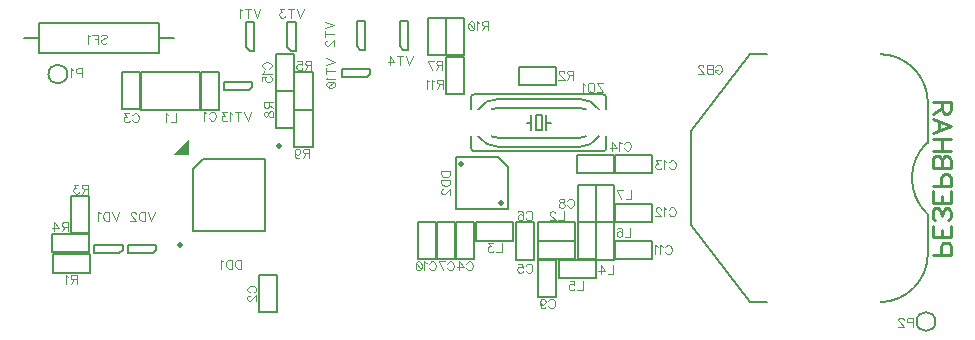
<source format=gbr>
G04 DipTrace 3.3.1.3*
G04 GBO.gbr*
%MOIN*%
G04 #@! TF.FileFunction,Legend,Bot*
G04 #@! TF.Part,Single*
%ADD10C,0.005906*%
%ADD14C,0.019685*%
%ADD18C,0.019696*%
%ADD83C,0.004632*%
%ADD85C,0.009264*%
%FSLAX26Y26*%
G04*
G70*
G90*
G75*
G01*
G04 BotSilk*
%LPD*%
X1138386Y1336516D2*
D10*
Y1212894D1*
X1199016Y1336516D2*
Y1212894D1*
X1138386D2*
X1199016D1*
X1138386Y1336516D2*
X1199016D1*
X1332126Y661378D2*
Y537756D1*
X1392756Y661378D2*
Y537756D1*
X1332126D2*
X1392756D1*
X1332126Y661378D2*
X1392756D1*
X936516Y1213386D2*
Y1337008D1*
X875886Y1213386D2*
Y1337008D1*
X936516D2*
X875886D1*
X936516Y1213386D2*
X875886D1*
X2049016Y713386D2*
Y837008D1*
X1988386Y713386D2*
Y837008D1*
X2049016D2*
X1988386D1*
X2049016Y713386D2*
X1988386D1*
X2263385D2*
X2387007D1*
X2263385Y774016D2*
X2387007D1*
Y713386D2*
Y774016D1*
X2263385Y713386D2*
Y774016D1*
X2188385Y836516D2*
Y712894D1*
X2249014Y836516D2*
Y712894D1*
X2188385D2*
X2249014D1*
X2188385Y836516D2*
X2249014D1*
X1986516Y713386D2*
Y837008D1*
X1925886Y713386D2*
Y837008D1*
X1986516D2*
X1925886D1*
X1986516Y713386D2*
X1925886D1*
X2455266Y838386D2*
Y962008D1*
X2394636Y838386D2*
Y962008D1*
X2455266D2*
X2394636D1*
X2455266Y838386D2*
X2394636D1*
X2324016Y588386D2*
Y712008D1*
X2263386Y588386D2*
Y712008D1*
X2324016D2*
X2263386D1*
X2324016Y588386D2*
X2263386D1*
X1924016Y713386D2*
Y837008D1*
X1863386Y713386D2*
Y837008D1*
X1924016D2*
X1863386D1*
X1924016Y713386D2*
X1863386D1*
X2518891Y713722D2*
X2642513D1*
X2518891Y774352D2*
X2642513D1*
Y713722D2*
Y774352D1*
X2518891Y713722D2*
Y774352D1*
X2519635Y838386D2*
X2643257D1*
X2519635Y899016D2*
X2643257D1*
Y838386D2*
Y899016D1*
X2519635Y838386D2*
Y899016D1*
X2642766Y1061516D2*
X2519144D1*
X2642766Y1000886D2*
X2519144D1*
Y1061516D2*
Y1000886D1*
X2642766Y1061516D2*
Y1000886D1*
X2517766Y1061516D2*
X2394144D1*
X2517766Y1000886D2*
X2394144D1*
Y1061516D2*
Y1000886D1*
X2517766Y1061516D2*
Y1000886D1*
X1114488Y1015709D2*
X1145709Y1046929D1*
G36*
X1099370Y1062047D2*
X1048189D1*
X1099370Y1113228D1*
Y1062047D1*
G37*
X1114488Y809449D2*
D10*
Y1015709D1*
X1145709Y1046929D2*
X1351969D1*
Y809449D1*
X1114488D1*
D14*
X1068504Y761496D3*
X1399213Y1092205D3*
D18*
X2007722Y1031804D3*
X1988346Y1053146D2*
D10*
X2131225D1*
X2161575Y1022796D2*
X2131225Y1053146D1*
X2161575Y1022796D2*
Y879917D1*
X1988346D1*
Y1053146D1*
D18*
X2138977Y900549D3*
X2968770Y570894D2*
D10*
X3027720D1*
X3562058Y1102313D2*
Y1240131D1*
Y728373D2*
G02X3404648Y570894I-161298J3817D01*
G01*
Y1397609D2*
G02X3562058Y1240131I-3889J-161296D01*
G01*
X2968770Y1397609D2*
X3027720D1*
X2771850Y826773D2*
Y1141731D1*
X2968770Y1397609D1*
X2771850Y826773D2*
X2968770Y570894D1*
X3559292Y866191D2*
G02X3559292Y1102313I114317J118061D01*
G01*
X3562058Y866191D2*
Y728373D1*
X1136024Y1338927D2*
X941142D1*
X1136024Y1210974D2*
X941142D1*
X1136024Y1338927D2*
Y1210974D1*
X941142Y1338927D2*
Y1210974D1*
X2262894Y775886D2*
X2386516D1*
X2262894Y836516D2*
X2386516D1*
Y775886D2*
Y836516D1*
X2262894Y775886D2*
Y836516D1*
X2180265D2*
X2056643D1*
X2180265Y775886D2*
X2056643D1*
Y836516D2*
Y775886D1*
X2180265Y836516D2*
Y775886D1*
X2455265Y713385D2*
Y837007D1*
X2394635Y713385D2*
Y837007D1*
X2455265D2*
X2394635D1*
X2455265Y713385D2*
X2394635D1*
X2332134Y650886D2*
X2455756D1*
X2332134Y711516D2*
X2455756D1*
Y650886D2*
Y711516D1*
X2332134Y650886D2*
Y711516D1*
X2457136Y836516D2*
Y712894D1*
X2517766Y836516D2*
Y712894D1*
X2457136D2*
X2517766D1*
X2457136Y836516D2*
X2517766D1*
Y838385D2*
Y962007D1*
X2457136Y838385D2*
Y962007D1*
X2517766D2*
X2457136D1*
X2517766Y838385D2*
X2457136D1*
X1388386Y1399016D2*
Y1275394D1*
X1449016Y1399016D2*
Y1275394D1*
X1388386D2*
X1449016D1*
X1388386Y1399016D2*
X1449016D1*
X630954Y1331201D2*
G02X630954Y1331201I31496J0D01*
G01*
X3524705Y506201D2*
G02X3524705Y506201I31496J0D01*
G01*
X644635Y669635D2*
X768257D1*
X644635Y730265D2*
X768257D1*
Y669635D2*
Y730265D1*
X644635Y669635D2*
Y730265D1*
X2324016Y1355266D2*
X2200394D1*
X2324016Y1294636D2*
X2200394D1*
Y1355266D2*
Y1294636D1*
X2324016Y1355266D2*
Y1294636D1*
X767765Y800886D2*
Y924508D1*
X707135Y800886D2*
Y924508D1*
X767765D2*
X707135D1*
X767765Y800886D2*
X707135D1*
X767766Y799017D2*
X644144D1*
X767766Y738387D2*
X644144D1*
Y799017D2*
Y738387D1*
X767766Y799017D2*
Y738387D1*
X1511516Y1212894D2*
Y1336516D1*
X1450886Y1212894D2*
Y1336516D1*
X1511516D2*
X1450886D1*
X1511516Y1212894D2*
X1450886D1*
X1894635Y1518223D2*
Y1394601D1*
X1955265Y1518223D2*
Y1394601D1*
X1894635D2*
X1955265D1*
X1894635Y1518223D2*
X1955265D1*
X1388386Y1274016D2*
Y1150394D1*
X1449016Y1274016D2*
Y1150394D1*
X1388386D2*
X1449016D1*
X1388386Y1274016D2*
X1449016D1*
X1511516Y1088386D2*
Y1212008D1*
X1450886Y1088386D2*
Y1212008D1*
X1511516D2*
X1450886D1*
X1511516Y1088386D2*
X1450886D1*
X2017766Y1394635D2*
Y1518257D1*
X1957136Y1394635D2*
Y1518257D1*
X2017766D2*
X1957136D1*
X2017766Y1394635D2*
X1957136D1*
X2017765Y1263386D2*
Y1387008D1*
X1957135Y1263386D2*
Y1387008D1*
X2017765D2*
X1957135D1*
X2017765Y1263386D2*
X1957135D1*
X599967Y1399951D2*
X999934D1*
Y1499951D1*
X599967D1*
Y1399951D1*
X1049930Y1449951D2*
X999934D1*
X599967D2*
X549971D1*
X866732Y733268D2*
X784055D1*
Y760827D1*
X878543D1*
Y745077D1*
X866732Y733268D1*
X979213D2*
X896535D1*
Y760827D1*
X991024D1*
Y745077D1*
X979213Y733268D1*
X1289665Y1420669D2*
Y1503346D1*
X1317224D1*
Y1408858D1*
X1301474D1*
X1289665Y1420669D1*
X1658406Y1424302D2*
Y1506979D1*
X1685965D1*
Y1412491D1*
X1670215D1*
X1658406Y1424302D1*
X1427165Y1420669D2*
Y1503346D1*
X1454724D1*
Y1408858D1*
X1438974D1*
X1427165Y1420669D1*
X1802165Y1424430D2*
Y1507108D1*
X1829724D1*
Y1412619D1*
X1813974D1*
X1802165Y1424430D1*
X2063809Y1123566D2*
G03X2129905Y1088529I66245J45106D01*
G01*
X2039947Y1123566D2*
Y1083551D1*
X2399957Y1088529D2*
G03X2466112Y1123566I-89J80143D01*
G01*
X2489974D2*
Y1083551D1*
X2399957Y1218550D2*
X2129905D1*
X2399957Y1248552D2*
X2129905D1*
Y1118531D2*
X2399957D1*
X2479952Y1263544D2*
X2049969D1*
X2479952D2*
G02X2489974Y1253569I37J-9985D01*
G01*
Y1213534D1*
X2399957Y1218550D2*
G02X2421790Y1213534I3J-50012D01*
G01*
X2399957Y1118531D2*
G03X2421790Y1123566I-123J50388D01*
G01*
X2399957Y1248552D2*
G02X2466112Y1213534I-33J-80061D01*
G01*
X2063809D2*
G02X2129905Y1248552I66189J-45043D01*
G01*
X2108131Y1213534D2*
G02X2129905Y1218550I21831J-44996D01*
G01*
X2108131Y1123566D2*
G03X2129905Y1118531I21958J45356D01*
G01*
X2039947Y1253569D2*
Y1213534D1*
Y1253569D2*
G02X2049969Y1263544I9985J-10D01*
G01*
X2129905Y1088529D2*
X2399957D1*
X2479952Y1073537D2*
X2049969D1*
X2479952D2*
G03X2489974Y1083551I4J10017D01*
G01*
X2039947D2*
G03X2049969Y1073537I10017J4D01*
G01*
X2254998Y1143555D2*
Y1193546D1*
X2274923D1*
Y1143555D1*
X2254998D1*
X2239966D2*
Y1168560D1*
Y1193546D1*
Y1168560D2*
X2224933D1*
X2289955Y1143555D2*
Y1168560D1*
Y1193546D1*
Y1168560D2*
X2304988D1*
X1691732Y1320916D2*
X1609055D1*
Y1348475D1*
X1703543D1*
Y1332725D1*
X1691732Y1320916D1*
X1297982Y1277165D2*
X1215304D1*
Y1304724D1*
X1309793D1*
Y1288974D1*
X1297982Y1277165D1*
X1167105Y1198976D2*
D83*
X1168531Y1201828D1*
X1171416Y1204713D1*
X1174268Y1206139D1*
X1180005D1*
X1182890Y1204713D1*
X1185742Y1201828D1*
X1187201Y1198976D1*
X1188627Y1194665D1*
Y1187469D1*
X1187201Y1183191D1*
X1185742Y1180306D1*
X1182890Y1177454D1*
X1180005Y1175995D1*
X1174268D1*
X1171416Y1177454D1*
X1168531Y1180306D1*
X1167105Y1183191D1*
X1157842Y1200368D2*
X1154957Y1201828D1*
X1150646Y1206105D1*
Y1175995D1*
X1301604Y603486D2*
X1298753Y604912D1*
X1295868Y607797D1*
X1294442Y610649D1*
Y616386D1*
X1295868Y619271D1*
X1298753Y622123D1*
X1301604Y623582D1*
X1305915Y625008D1*
X1313112D1*
X1317389Y623582D1*
X1320275Y622123D1*
X1323126Y619271D1*
X1324586Y616386D1*
Y610649D1*
X1323126Y607797D1*
X1320275Y604912D1*
X1317389Y603486D1*
X1301638Y592763D2*
X1300212D1*
X1297327Y591337D1*
X1295901Y589911D1*
X1294475Y587026D1*
Y581289D1*
X1295901Y578437D1*
X1297327Y577011D1*
X1300212Y575552D1*
X1303064D1*
X1305949Y577011D1*
X1310226Y579863D1*
X1324586Y594222D1*
X1324585Y574126D1*
X911054Y1193218D2*
X912480Y1196070D1*
X915365Y1198955D1*
X918217Y1200381D1*
X923954D1*
X926839Y1198955D1*
X929691Y1196070D1*
X931150Y1193218D1*
X932576Y1188907D1*
Y1181711D1*
X931150Y1177433D1*
X929691Y1174548D1*
X926839Y1171696D1*
X923954Y1170237D1*
X918217D1*
X915365Y1171696D1*
X912480Y1174548D1*
X911054Y1177433D1*
X898905Y1200348D2*
X883154D1*
X891742Y1188874D1*
X887431D1*
X884579Y1187448D1*
X883154Y1186022D1*
X881694Y1181711D1*
Y1178859D1*
X883154Y1174548D1*
X886005Y1171663D1*
X890316Y1170237D1*
X894627D1*
X898905Y1171663D1*
X900331Y1173122D1*
X901790Y1175974D1*
X2024268Y699469D2*
X2025694Y702321D1*
X2028579Y705206D1*
X2031431Y706632D1*
X2037168D1*
X2040053Y705206D1*
X2042905Y702321D1*
X2044364Y699469D1*
X2045790Y695158D1*
Y687962D1*
X2044364Y683684D1*
X2042905Y680799D1*
X2040053Y677947D1*
X2037168Y676488D1*
X2031431D1*
X2028579Y677947D1*
X2025694Y680799D1*
X2024268Y683684D1*
X2000646Y676488D2*
Y706599D1*
X2015005Y686536D1*
X1993483D1*
X2222862Y692037D2*
X2224288Y694889D1*
X2227173Y697774D1*
X2230025Y699200D1*
X2235762D1*
X2238647Y697774D1*
X2241499Y694889D1*
X2242958Y692037D1*
X2244384Y687726D1*
Y680530D1*
X2242958Y676252D1*
X2241499Y673367D1*
X2238647Y670515D1*
X2235762Y669056D1*
X2230025D1*
X2227173Y670515D1*
X2224288Y673367D1*
X2222862Y676252D1*
X2196388Y699167D2*
X2210714D1*
X2212140Y686267D1*
X2210714Y687693D1*
X2206403Y689152D1*
X2202125D1*
X2197814Y687693D1*
X2194929Y684841D1*
X2193503Y680530D1*
Y677678D1*
X2194929Y673367D1*
X2197814Y670482D1*
X2202125Y669056D1*
X2206403D1*
X2210714Y670482D1*
X2212140Y671941D1*
X2213599Y674793D1*
X2222824Y867726D2*
X2224250Y870578D1*
X2227135Y873463D1*
X2229987Y874889D1*
X2235724D1*
X2238609Y873463D1*
X2241461Y870578D1*
X2242920Y867726D1*
X2244346Y863415D1*
Y856219D1*
X2242920Y851941D1*
X2241461Y849056D1*
X2238609Y846204D1*
X2235724Y844745D1*
X2229987D1*
X2227135Y846204D1*
X2224250Y849056D1*
X2222824Y851941D1*
X2196350Y870578D2*
X2197776Y873430D1*
X2202087Y874856D1*
X2204939D1*
X2209250Y873430D1*
X2212135Y869119D1*
X2213561Y861956D1*
Y854793D1*
X2212135Y849056D1*
X2209250Y846171D1*
X2204939Y844745D1*
X2203513D1*
X2199235Y846171D1*
X2196350Y849056D1*
X2194924Y853367D1*
Y854793D1*
X2196350Y859104D1*
X2199235Y861956D1*
X2203513Y863382D1*
X2204939D1*
X2209250Y861956D1*
X2212135Y859104D1*
X2213561Y854793D1*
X1961055Y699469D2*
X1962481Y702321D1*
X1965366Y705206D1*
X1968218Y706632D1*
X1973955D1*
X1976840Y705206D1*
X1979692Y702321D1*
X1981151Y699469D1*
X1982577Y695158D1*
Y687962D1*
X1981151Y683684D1*
X1979692Y680799D1*
X1976840Y677947D1*
X1973955Y676488D1*
X1968218D1*
X1965366Y677947D1*
X1962481Y680799D1*
X1961055Y683684D1*
X1946055Y676488D2*
X1931696Y706599D1*
X1951792D1*
X2361233Y909011D2*
X2362659Y911863D1*
X2365544Y914748D1*
X2368396Y916174D1*
X2374133D1*
X2377018Y914748D1*
X2379870Y911863D1*
X2381329Y909011D1*
X2382755Y904700D1*
Y897504D1*
X2381329Y893226D1*
X2379870Y890341D1*
X2377018Y887489D1*
X2374133Y886030D1*
X2368396D1*
X2365544Y887489D1*
X2362659Y890341D1*
X2361233Y893226D1*
X2344806Y916141D2*
X2349084Y914715D1*
X2350543Y911863D1*
Y908978D1*
X2349084Y906126D1*
X2346232Y904667D1*
X2340495Y903241D1*
X2336184Y901815D1*
X2333332Y898930D1*
X2331907Y896078D1*
Y891767D1*
X2333332Y888915D1*
X2334758Y887456D1*
X2339069Y886030D1*
X2344806D1*
X2349084Y887456D1*
X2350543Y888915D1*
X2351969Y891767D1*
Y896078D1*
X2350543Y898930D1*
X2347658Y901815D1*
X2343380Y903241D1*
X2337644Y904667D1*
X2334758Y906126D1*
X2333332Y908978D1*
Y911863D1*
X2334758Y914715D1*
X2339069Y916141D1*
X2344806D1*
X2297842Y574468D2*
X2299268Y577320D1*
X2302153Y580205D1*
X2305005Y581631D1*
X2310742D1*
X2313627Y580205D1*
X2316479Y577320D1*
X2317938Y574468D1*
X2319364Y570157D1*
Y562961D1*
X2317938Y558683D1*
X2316479Y555798D1*
X2313627Y552946D1*
X2310742Y551487D1*
X2305005D1*
X2302153Y552946D1*
X2299268Y555798D1*
X2297842Y558683D1*
X2269909Y571583D2*
X2271368Y567272D1*
X2274220Y564387D1*
X2278531Y562961D1*
X2279957D1*
X2284268Y564387D1*
X2287120Y567272D1*
X2288579Y571583D1*
Y573009D1*
X2287120Y577320D1*
X2284268Y580172D1*
X2279957Y581598D1*
X2278531D1*
X2274220Y580172D1*
X2271368Y577320D1*
X2269909Y571583D1*
Y564387D1*
X2271368Y557224D1*
X2274220Y552913D1*
X2278531Y551487D1*
X2281383D1*
X2285694Y552913D1*
X2287120Y555798D1*
X1900534Y699469D2*
X1901960Y702321D1*
X1904845Y705206D1*
X1907697Y706632D1*
X1913434D1*
X1916319Y705206D1*
X1919171Y702321D1*
X1920630Y699469D1*
X1922056Y695158D1*
Y687962D1*
X1920630Y683684D1*
X1919171Y680799D1*
X1916319Y677947D1*
X1913434Y676488D1*
X1907697D1*
X1904845Y677947D1*
X1901960Y680799D1*
X1900534Y683684D1*
X1891271Y700862D2*
X1888386Y702321D1*
X1884075Y706599D1*
Y676488D1*
X1866189Y706599D2*
X1870500Y705173D1*
X1873385Y700862D1*
X1874811Y693699D1*
Y689388D1*
X1873385Y682225D1*
X1870500Y677914D1*
X1866189Y676488D1*
X1863337D1*
X1859026Y677914D1*
X1856174Y682225D1*
X1854715Y689388D1*
Y693699D1*
X1856174Y700862D1*
X1859026Y705173D1*
X1863337Y706599D1*
X1866189D1*
X1856174Y700862D2*
X1873385Y682225D1*
X2687191Y753956D2*
X2688617Y756808D1*
X2691502Y759693D1*
X2694354Y761119D1*
X2700091D1*
X2702976Y759693D1*
X2705828Y756808D1*
X2707287Y753956D1*
X2708713Y749645D1*
Y742449D1*
X2707287Y738171D1*
X2705828Y735286D1*
X2702976Y732434D1*
X2700091Y730975D1*
X2694354D1*
X2691502Y732434D1*
X2688617Y735286D1*
X2687191Y738171D1*
X2677927Y755349D2*
X2675042Y756808D1*
X2670731Y761086D1*
Y730975D1*
X2661468Y755349D2*
X2658583Y756808D1*
X2654272Y761086D1*
Y730975D1*
X2699845Y879537D2*
X2701271Y882389D1*
X2704156Y885274D1*
X2707008Y886700D1*
X2712745D1*
X2715630Y885274D1*
X2718482Y882389D1*
X2719941Y879537D1*
X2721367Y875226D1*
Y868030D1*
X2719941Y863752D1*
X2718482Y860867D1*
X2715630Y858015D1*
X2712745Y856556D1*
X2707008D1*
X2704156Y858015D1*
X2701271Y860867D1*
X2699845Y863752D1*
X2690582Y880930D2*
X2687697Y882389D1*
X2683386Y886667D1*
Y856556D1*
X2672663Y879504D2*
Y880930D1*
X2671237Y883815D1*
X2669811Y885241D1*
X2666926Y886667D1*
X2661189D1*
X2658337Y885241D1*
X2656911Y883815D1*
X2655452Y880930D1*
Y878078D1*
X2656911Y875193D1*
X2659763Y870915D1*
X2674122Y856556D1*
X2654026D1*
X2700289Y1036477D2*
X2701715Y1039329D1*
X2704600Y1042214D1*
X2707452Y1043640D1*
X2713189D1*
X2716074Y1042214D1*
X2718926Y1039329D1*
X2720385Y1036477D1*
X2721811Y1032166D1*
Y1024970D1*
X2720385Y1020692D1*
X2718926Y1017807D1*
X2716074Y1014955D1*
X2713189Y1013496D1*
X2707452D1*
X2704600Y1014955D1*
X2701715Y1017807D1*
X2700289Y1020692D1*
X2691025Y1037870D2*
X2688140Y1039329D1*
X2683829Y1043607D1*
Y1013496D1*
X2671681Y1043607D2*
X2655929D1*
X2664518Y1032133D1*
X2660207D1*
X2657355Y1030707D1*
X2655929Y1029281D1*
X2654470Y1024970D1*
Y1022118D1*
X2655929Y1017807D1*
X2658781Y1014922D1*
X2663092Y1013496D1*
X2667403D1*
X2671681Y1014922D1*
X2673107Y1016381D1*
X2674566Y1019233D1*
X2551002Y1098977D2*
X2552428Y1101829D1*
X2555313Y1104714D1*
X2558165Y1106140D1*
X2563902D1*
X2566787Y1104714D1*
X2569639Y1101829D1*
X2571098Y1098977D1*
X2572524Y1094666D1*
Y1087470D1*
X2571098Y1083192D1*
X2569639Y1080307D1*
X2566787Y1077455D1*
X2563902Y1075996D1*
X2558165D1*
X2555313Y1077455D1*
X2552428Y1080307D1*
X2551002Y1083192D1*
X2541738Y1100370D2*
X2538853Y1101829D1*
X2534542Y1106107D1*
Y1075996D1*
X2510920D2*
Y1106107D1*
X2525279Y1086044D1*
X2503757D1*
X1272435Y712724D2*
Y682580D1*
X1262387D1*
X1258076Y684039D1*
X1255191Y686891D1*
X1253765Y689776D1*
X1252339Y694054D1*
Y701250D1*
X1253765Y705561D1*
X1255191Y708413D1*
X1258076Y711298D1*
X1262387Y712724D1*
X1272435D1*
X1243076D2*
Y682580D1*
X1233028D1*
X1228717Y684039D1*
X1225832Y686891D1*
X1224406Y689776D1*
X1222980Y694054D1*
Y701250D1*
X1224406Y705561D1*
X1225832Y708413D1*
X1228717Y711298D1*
X1233028Y712724D1*
X1243076D1*
X1213716Y706954D2*
X1210831Y708413D1*
X1206520Y712691D1*
Y682580D1*
X1940270Y1008026D2*
X1970414D1*
Y997978D1*
X1968954Y993667D1*
X1966103Y990782D1*
X1963218Y989356D1*
X1958940Y987930D1*
X1951744D1*
X1947433Y989356D1*
X1944581Y990782D1*
X1941696Y993667D1*
X1940270Y997978D1*
Y1008026D1*
Y978666D2*
X1970414D1*
Y968618D1*
X1968954Y964307D1*
X1966103Y961422D1*
X1963218Y959996D1*
X1958940Y958570D1*
X1951744D1*
X1947433Y959996D1*
X1944581Y961422D1*
X1941696Y964307D1*
X1940270Y968618D1*
Y978666D1*
X1947466Y947848D2*
X1946040D1*
X1943155Y946422D1*
X1941729Y944996D1*
X1940303Y942111D1*
Y936374D1*
X1941729Y933522D1*
X1943155Y932096D1*
X1946040Y930637D1*
X1948892D1*
X1951777Y932096D1*
X1956055Y934948D1*
X1970414Y949307D1*
Y929211D1*
X2854303Y1355275D2*
X2855729Y1358127D1*
X2858614Y1361012D1*
X2861466Y1362438D1*
X2867203D1*
X2870088Y1361012D1*
X2872940Y1358127D1*
X2874399Y1355275D1*
X2875825Y1350964D1*
Y1343768D1*
X2874399Y1339490D1*
X2872940Y1336605D1*
X2870088Y1333753D1*
X2867203Y1332294D1*
X2861466D1*
X2858614Y1333753D1*
X2855729Y1336605D1*
X2854303Y1339490D1*
Y1343768D1*
X2861466D1*
X2845040Y1362438D2*
Y1332294D1*
X2832107D1*
X2827796Y1333753D1*
X2826370Y1335179D1*
X2824944Y1338031D1*
Y1342342D1*
X2826370Y1345227D1*
X2827796Y1346653D1*
X2832107Y1348079D1*
X2827796Y1349538D1*
X2826370Y1350964D1*
X2824944Y1353816D1*
Y1356701D1*
X2826370Y1359553D1*
X2827796Y1361012D1*
X2832107Y1362438D1*
X2845040D1*
Y1348079D2*
X2832107D1*
X2814221Y1355242D2*
Y1356668D1*
X2812795Y1359553D1*
X2811369Y1360979D1*
X2808484Y1362405D1*
X2802747D1*
X2799895Y1360979D1*
X2798469Y1359553D1*
X2797010Y1356668D1*
Y1353816D1*
X2798469Y1350931D1*
X2801321Y1346653D1*
X2815680Y1332294D1*
X2795584D1*
X1055418Y1201611D2*
Y1171467D1*
X1038207D1*
X1028943Y1195841D2*
X1026058Y1197300D1*
X1021747Y1201578D1*
Y1171467D1*
X2347990Y874199D2*
Y844055D1*
X2330779D1*
X2320056Y867003D2*
Y868429D1*
X2318630Y871314D1*
X2317204Y872740D1*
X2314319Y874166D1*
X2308582D1*
X2305731Y872740D1*
X2304305Y871314D1*
X2302845Y868429D1*
Y865577D1*
X2304305Y862692D1*
X2307156Y858414D1*
X2321515Y844055D1*
X2301419D1*
X2141739Y767950D2*
Y737806D1*
X2124528D1*
X2112380Y767916D2*
X2096628D1*
X2105217Y756442D1*
X2100906D1*
X2098054Y755017D1*
X2096628Y753591D1*
X2095169Y749280D1*
Y746428D1*
X2096628Y742117D1*
X2099480Y739232D1*
X2103791Y737806D1*
X2108102D1*
X2112380Y739232D1*
X2113806Y740691D1*
X2115265Y743543D1*
X2512419Y694262D2*
Y664118D1*
X2495209D1*
X2471586D2*
Y694229D1*
X2485945Y674166D1*
X2464423D1*
X2411755Y641738D2*
Y611594D1*
X2394544D1*
X2368070Y641705D2*
X2382396D1*
X2383821Y628805D1*
X2382396Y630231D1*
X2378084Y631690D1*
X2373807D1*
X2369496Y630231D1*
X2366611Y627379D1*
X2365185Y623068D1*
Y620216D1*
X2366611Y615905D1*
X2369496Y613020D1*
X2373807Y611594D1*
X2378084D1*
X2382396Y613020D1*
X2383821Y614479D1*
X2385281Y617331D1*
X2571057Y818871D2*
Y788727D1*
X2553846D1*
X2527372Y814560D2*
X2528798Y817412D1*
X2533109Y818838D1*
X2535960D1*
X2540271Y817412D1*
X2543157Y813101D1*
X2544583Y805938D1*
Y798775D1*
X2543157Y793038D1*
X2540271Y790153D1*
X2535960Y788727D1*
X2534535D1*
X2530257Y790153D1*
X2527372Y793038D1*
X2525946Y797349D1*
Y798775D1*
X2527372Y803086D1*
X2530257Y805938D1*
X2534535Y807364D1*
X2535960D1*
X2540271Y805938D1*
X2543157Y803086D1*
X2544583Y798775D1*
X2572025Y946347D2*
Y916203D1*
X2554814D1*
X2539814D2*
X2525455Y946314D1*
X2545551D1*
X1351615Y1349353D2*
X1348763Y1350779D1*
X1345878Y1353664D1*
X1344452Y1356516D1*
Y1362253D1*
X1345878Y1365138D1*
X1348763Y1367990D1*
X1351615Y1369449D1*
X1355926Y1370875D1*
X1363122D1*
X1367400Y1369449D1*
X1370285Y1367990D1*
X1373137Y1365138D1*
X1374596Y1362253D1*
Y1356516D1*
X1373137Y1353664D1*
X1370285Y1350779D1*
X1367400Y1349353D1*
X1350222Y1340090D2*
X1348763Y1337205D1*
X1344485Y1332894D1*
X1374596D1*
X1344485Y1306419D2*
Y1320745D1*
X1357385Y1322171D1*
X1355959Y1320745D1*
X1354500Y1316434D1*
Y1312156D1*
X1355959Y1307845D1*
X1358811Y1304960D1*
X1363122Y1303534D1*
X1365974D1*
X1370285Y1304960D1*
X1373170Y1307845D1*
X1374596Y1312156D1*
Y1316434D1*
X1373170Y1320745D1*
X1371711Y1322171D1*
X1368859Y1323630D1*
X743228Y1334596D2*
X730295D1*
X726017Y1336022D1*
X724558Y1337481D1*
X723132Y1340333D1*
Y1344644D1*
X724558Y1347496D1*
X726017Y1348955D1*
X730295Y1350381D1*
X743228D1*
Y1320237D1*
X713868Y1344611D2*
X710983Y1346070D1*
X706672Y1350348D1*
Y1320237D1*
X3512178Y503346D2*
X3499245D1*
X3494967Y504772D1*
X3493508Y506231D1*
X3492082Y509083D1*
Y513394D1*
X3493508Y516246D1*
X3494967Y517705D1*
X3499245Y519131D1*
X3512178D1*
Y488987D1*
X3481359Y511935D2*
Y513361D1*
X3479933Y516246D1*
X3478507Y517672D1*
X3475622Y519098D1*
X3469885D1*
X3467033Y517672D1*
X3465607Y516246D1*
X3464148Y513361D1*
Y510509D1*
X3465607Y507624D1*
X3468459Y503346D1*
X3482818Y488987D1*
X3462722D1*
X724724Y647341D2*
X711824D1*
X707513Y648800D1*
X706054Y650226D1*
X704628Y653078D1*
Y655963D1*
X706054Y658815D1*
X707513Y660274D1*
X711824Y661700D1*
X724724D1*
Y631556D1*
X714676Y647341D2*
X704628Y631556D1*
X695364Y655930D2*
X692479Y657389D1*
X688168Y661667D1*
Y631556D1*
X2380683Y1328592D2*
X2367783D1*
X2363472Y1330051D1*
X2362013Y1331477D1*
X2360587Y1334329D1*
Y1337214D1*
X2362013Y1340066D1*
X2363472Y1341525D1*
X2367783Y1342951D1*
X2380683D1*
Y1312807D1*
X2370635Y1328592D2*
X2360587Y1312807D1*
X2349864Y1335755D2*
Y1337181D1*
X2348439Y1340066D1*
X2347013Y1341492D1*
X2344128Y1342918D1*
X2338391D1*
X2335539Y1341492D1*
X2334113Y1340066D1*
X2332654Y1337181D1*
Y1334329D1*
X2334113Y1331444D1*
X2336965Y1327166D1*
X2351324Y1312807D1*
X2331228D1*
X763114Y948522D2*
X750214D1*
X745903Y949981D1*
X744444Y951407D1*
X743018Y954259D1*
Y957144D1*
X744444Y959996D1*
X745903Y961455D1*
X750214Y962881D1*
X763114D1*
Y932737D1*
X753066Y948522D2*
X743018Y932737D1*
X730869Y962848D2*
X715117D1*
X723706Y951374D1*
X719395D1*
X716543Y949948D1*
X715117Y948522D1*
X713658Y944211D1*
Y941359D1*
X715117Y937048D1*
X717969Y934163D1*
X722280Y932737D1*
X726591D1*
X730869Y934163D1*
X732295Y935622D1*
X733754Y938474D1*
X694832Y823032D2*
X681932D1*
X677621Y824491D1*
X676162Y825917D1*
X674736Y828768D1*
Y831654D1*
X676162Y834505D1*
X677621Y835965D1*
X681932Y837391D1*
X694832D1*
Y807247D1*
X684784Y823032D2*
X674736Y807247D1*
X651113D2*
Y837357D1*
X665472Y817295D1*
X643950D1*
X1506864Y1360529D2*
X1493964D1*
X1489653Y1361988D1*
X1488194Y1363414D1*
X1486768Y1366266D1*
Y1369151D1*
X1488194Y1372003D1*
X1489653Y1373462D1*
X1493964Y1374888D1*
X1506864D1*
Y1344744D1*
X1496816Y1360529D2*
X1486768Y1344744D1*
X1460294Y1374855D2*
X1474620D1*
X1476046Y1361955D1*
X1474620Y1363381D1*
X1470309Y1364840D1*
X1466031D1*
X1461720Y1363381D1*
X1458835Y1360529D1*
X1457409Y1356218D1*
Y1353366D1*
X1458835Y1349055D1*
X1461720Y1346170D1*
X1466031Y1344744D1*
X1470309D1*
X1474620Y1346170D1*
X1476046Y1347629D1*
X1477505Y1350481D1*
X1944363Y1360988D2*
X1931463D1*
X1927152Y1362447D1*
X1925693Y1363873D1*
X1924267Y1366725D1*
Y1369610D1*
X1925693Y1372462D1*
X1927152Y1373921D1*
X1931463Y1375347D1*
X1944363D1*
Y1345203D1*
X1934315Y1360988D2*
X1924267Y1345203D1*
X1909266D2*
X1894907Y1375314D1*
X1915003D1*
X1365062Y1236916D2*
Y1224016D1*
X1363603Y1219705D1*
X1362177Y1218246D1*
X1359325Y1216820D1*
X1356440D1*
X1353588Y1218246D1*
X1352129Y1219705D1*
X1350703Y1224016D1*
Y1236916D1*
X1380847D1*
X1365062Y1226868D2*
X1380847Y1216820D1*
X1350736Y1200394D2*
X1352162Y1204671D1*
X1355014Y1206131D1*
X1357899D1*
X1360751Y1204671D1*
X1362210Y1201819D1*
X1363636Y1196083D1*
X1365062Y1191772D1*
X1367947Y1188920D1*
X1370799Y1187494D1*
X1375110D1*
X1377962Y1188920D1*
X1379421Y1190346D1*
X1380847Y1194657D1*
Y1200393D1*
X1379421Y1204671D1*
X1377962Y1206130D1*
X1375110Y1207556D1*
X1370799D1*
X1367947Y1206130D1*
X1365062Y1203245D1*
X1363636Y1198968D1*
X1362210Y1193231D1*
X1360751Y1190346D1*
X1357899Y1188920D1*
X1355014D1*
X1352162Y1190346D1*
X1350736Y1194657D1*
Y1200394D1*
X1499901Y1067272D2*
X1487001D1*
X1482690Y1068731D1*
X1481231Y1070157D1*
X1479805Y1073009D1*
Y1075894D1*
X1481231Y1078746D1*
X1482690Y1080205D1*
X1487001Y1081631D1*
X1499901D1*
Y1051487D1*
X1489853Y1067272D2*
X1479805Y1051487D1*
X1451871Y1071583D2*
X1453330Y1067272D1*
X1456182Y1064387D1*
X1460493Y1062961D1*
X1461919D1*
X1466230Y1064387D1*
X1469082Y1067272D1*
X1470541Y1071583D1*
Y1073009D1*
X1469082Y1077320D1*
X1466230Y1080172D1*
X1461919Y1081598D1*
X1460493D1*
X1456182Y1080172D1*
X1453330Y1077320D1*
X1451871Y1071583D1*
Y1064387D1*
X1453330Y1057224D1*
X1456182Y1052913D1*
X1460493Y1051487D1*
X1463345D1*
X1467656Y1052913D1*
X1469082Y1055798D1*
X2096345Y1492270D2*
X2083445D1*
X2079134Y1493729D1*
X2077675Y1495155D1*
X2076249Y1498007D1*
Y1500892D1*
X2077675Y1503744D1*
X2079134Y1505203D1*
X2083445Y1506629D1*
X2096345D1*
Y1476485D1*
X2086297Y1492270D2*
X2076249Y1476485D1*
X2066985Y1500859D2*
X2064100Y1502318D1*
X2059789Y1506596D1*
Y1476485D1*
X2041903Y1506596D2*
X2046215Y1505170D1*
X2049100Y1500859D1*
X2050526Y1493696D1*
Y1489385D1*
X2049100Y1482222D1*
X2046215Y1477911D1*
X2041903Y1476485D1*
X2039052D1*
X2034741Y1477911D1*
X2031889Y1482222D1*
X2030430Y1489385D1*
Y1493696D1*
X2031889Y1500859D1*
X2034741Y1505170D1*
X2039052Y1506596D1*
X2041903D1*
X2031889Y1500859D2*
X2049100Y1482222D1*
X1946143Y1298522D2*
X1933243D1*
X1928932Y1299981D1*
X1927473Y1301407D1*
X1926047Y1304259D1*
Y1307144D1*
X1927473Y1309996D1*
X1928932Y1311455D1*
X1933243Y1312881D1*
X1946143D1*
Y1282737D1*
X1936095Y1298522D2*
X1926047Y1282737D1*
X1916783Y1307111D2*
X1913898Y1308570D1*
X1909587Y1312848D1*
Y1282737D1*
X1900324Y1307111D2*
X1897439Y1308570D1*
X1893128Y1312848D1*
Y1282737D1*
X805848Y1458325D2*
X808700Y1461210D1*
X813011Y1462636D1*
X818748D1*
X823059Y1461210D1*
X825944Y1458325D1*
Y1455473D1*
X824485Y1452588D1*
X823059Y1451162D1*
X820207Y1449736D1*
X811585Y1446851D1*
X808700Y1445425D1*
X807274Y1443966D1*
X805848Y1441114D1*
Y1436803D1*
X808700Y1433951D1*
X813011Y1432492D1*
X818748D1*
X823059Y1433951D1*
X825944Y1436803D1*
X777914Y1462636D2*
X796585D1*
Y1432492D1*
Y1448277D2*
X785111D1*
X768651Y1456866D2*
X765766Y1458325D1*
X761455Y1462603D1*
Y1432492D1*
X866470Y872230D2*
X854996Y842086D1*
X843522Y872230D1*
X834259D2*
Y842086D1*
X824211D1*
X819900Y843546D1*
X817015Y846397D1*
X815589Y849283D1*
X814163Y853560D1*
Y860756D1*
X815589Y865068D1*
X817015Y867919D1*
X819900Y870804D1*
X824211Y872230D1*
X834259D1*
X804899Y866460D2*
X802014Y867919D1*
X797703Y872197D1*
Y842086D1*
X985400Y872230D2*
X973926Y842086D1*
X962453Y872230D1*
X953189D2*
Y842086D1*
X943141D1*
X938830Y843546D1*
X935945Y846397D1*
X934519Y849283D1*
X933093Y853560D1*
Y860756D1*
X934519Y865068D1*
X935945Y867919D1*
X938830Y870804D1*
X943141Y872230D1*
X953189D1*
X922370Y865034D2*
Y866460D1*
X920944Y869345D1*
X919518Y870771D1*
X916633Y872197D1*
X910896D1*
X908044Y870771D1*
X906618Y869345D1*
X905159Y866460D1*
Y863608D1*
X906618Y860723D1*
X909470Y856445D1*
X923829Y842086D1*
X903733D1*
X1337828Y1549249D2*
X1326354Y1519105D1*
X1314881Y1549249D1*
X1295569D2*
Y1519105D1*
X1305617Y1549249D2*
X1285521D1*
X1276257Y1543479D2*
X1273372Y1544938D1*
X1269061Y1549216D1*
Y1519105D1*
X1553251Y1506032D2*
X1583395Y1494558D1*
X1553251Y1483084D1*
Y1463772D2*
X1583395D1*
X1553251Y1473820D2*
Y1453724D1*
X1560447Y1443002D2*
X1559021D1*
X1556136Y1441576D1*
X1554710Y1440150D1*
X1553284Y1437265D1*
Y1431528D1*
X1554710Y1428676D1*
X1556136Y1427250D1*
X1559021Y1425791D1*
X1561873D1*
X1564758Y1427250D1*
X1569036Y1430102D1*
X1583395Y1444461D1*
Y1424365D1*
X1481778Y1549249D2*
X1470304Y1519105D1*
X1458830Y1549249D1*
X1439519D2*
Y1519105D1*
X1449567Y1549249D2*
X1429471D1*
X1417322Y1549216D2*
X1401570D1*
X1410159Y1537742D1*
X1405848D1*
X1402996Y1536316D1*
X1401570Y1534890D1*
X1400111Y1530579D1*
Y1527727D1*
X1401570Y1523416D1*
X1404422Y1520531D1*
X1408733Y1519105D1*
X1413044D1*
X1417322Y1520531D1*
X1418748Y1521990D1*
X1420207Y1524842D1*
X1844991Y1390510D2*
X1833517Y1360366D1*
X1822043Y1390510D1*
X1802732D2*
Y1360366D1*
X1812780Y1390510D2*
X1792684D1*
X1769061Y1360366D2*
Y1390477D1*
X1783420Y1370414D1*
X1761898D1*
X2480610Y1301227D2*
X2460514D1*
X2480610Y1271083D1*
X2460514D1*
X2442629Y1301227D2*
X2445480Y1299834D1*
X2448365Y1296949D1*
X2449791Y1294064D1*
X2451251Y1289753D1*
Y1282590D1*
X2449791Y1278279D1*
X2448365Y1275427D1*
X2445480Y1272542D1*
X2442629Y1271116D1*
X2436892D1*
X2434006Y1272542D1*
X2431155Y1275427D1*
X2429729Y1278279D1*
X2428269Y1282590D1*
Y1289753D1*
X2429729Y1294064D1*
X2431155Y1296949D1*
X2434006Y1299834D1*
X2436892Y1301227D1*
X2442629D1*
X2438317Y1276853D2*
X2429729Y1268231D1*
X2419006Y1295457D2*
X2416121Y1296916D1*
X2411810Y1301194D1*
Y1271083D1*
X1556902Y1383759D2*
X1587046Y1372285D1*
X1556902Y1360811D1*
Y1341499D2*
X1587046D1*
X1556902Y1351547D2*
Y1331451D1*
X1562672Y1322188D2*
X1561213Y1319303D1*
X1556935Y1314992D1*
X1587046D1*
X1556935Y1297106D2*
X1558361Y1301417D1*
X1562672Y1304302D1*
X1569835Y1305728D1*
X1574146D1*
X1581309Y1304302D1*
X1585620Y1301417D1*
X1587046Y1297106D1*
Y1294254D1*
X1585620Y1289943D1*
X1581309Y1287091D1*
X1574146Y1285632D1*
X1569835D1*
X1562672Y1287091D1*
X1558361Y1289943D1*
X1556935Y1294254D1*
Y1297106D1*
X1562672Y1287091D2*
X1581309Y1304302D1*
X1306149Y1203628D2*
X1294675Y1173484D1*
X1283201Y1203628D1*
X1263889D2*
Y1173484D1*
X1273937Y1203628D2*
X1253841D1*
X1244578Y1197858D2*
X1241693Y1199317D1*
X1237382Y1203595D1*
Y1173484D1*
X1225233Y1203595D2*
X1209481D1*
X1218070Y1192121D1*
X1213759D1*
X1210907Y1190695D1*
X1209481Y1189269D1*
X1208022Y1184958D1*
Y1182106D1*
X1209481Y1177795D1*
X1212333Y1174910D1*
X1216644Y1173484D1*
X1220955D1*
X1225233Y1174910D1*
X1226659Y1176369D1*
X1228118Y1179221D1*
X3606860Y729347D2*
D85*
Y755213D1*
X3609712Y763769D1*
X3612631Y766687D1*
X3618334Y769539D1*
X3626956D1*
X3632660Y766687D1*
X3635578Y763769D1*
X3638430Y755213D1*
Y729347D1*
X3578142D1*
X3638430Y825340D2*
Y788066D1*
X3578142D1*
Y825340D1*
X3609712Y788066D2*
Y811014D1*
X3629808Y843867D2*
X3635578Y849570D1*
X3638430Y858193D1*
Y869666D1*
X3635578Y878289D1*
X3629808Y884059D1*
X3624105D1*
X3618334Y881140D1*
X3615482Y878289D1*
X3612631Y872585D1*
Y872386D2*
X3609978Y858193D1*
X3606860Y872585D2*
X3604009Y878355D1*
X3601090Y881207D1*
X3595386Y884059D1*
X3586764D1*
X3581061Y878355D1*
X3578142Y869733D1*
Y858259D1*
X3581061Y849637D1*
X3586764Y843867D1*
X3609978Y858193D2*
X3606860Y872585D1*
X3638430Y939860D2*
Y902586D1*
X3578142D1*
Y939860D1*
X3609712Y902586D2*
Y925534D1*
X3606860Y958387D2*
Y984253D1*
X3609712Y992808D1*
X3612631Y995727D1*
X3618334Y998579D1*
X3626956D1*
X3632660Y995727D1*
X3635578Y992808D1*
X3638430Y984253D1*
Y958387D1*
X3578142D1*
X3638430Y1017106D2*
X3578142D1*
Y1042972D1*
X3581061Y1051594D1*
X3583913Y1054446D1*
X3589616Y1057298D1*
X3598238D1*
X3604009Y1054446D1*
X3606860Y1051594D1*
X3609712Y1042972D1*
X3612631Y1051594D1*
X3615482Y1054446D1*
X3621186Y1057298D1*
X3626956D1*
X3632660Y1054446D1*
X3635578Y1051594D1*
X3638430Y1042972D1*
Y1017106D1*
X3609712D2*
Y1042972D1*
X3638430Y1075825D2*
X3578142D1*
X3638430Y1116017D2*
X3578142D1*
X3609712Y1075825D2*
Y1116017D1*
X3578142Y1180506D2*
X3638430Y1157492D1*
X3578142Y1134544D1*
X3598238Y1143166D2*
Y1171884D1*
X3609712Y1239225D2*
Y1213425D1*
X3612631Y1204803D1*
X3615482Y1201885D1*
X3621186Y1199033D1*
X3626956D1*
X3632660Y1201885D1*
X3635578Y1204803D1*
X3638430Y1213425D1*
Y1239225D1*
X3578142D1*
X3609712Y1219129D2*
X3578142Y1199033D1*
M02*

</source>
